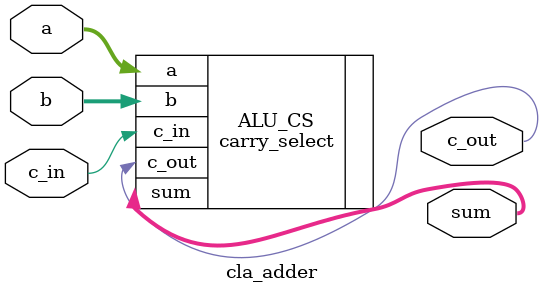
<source format=v>
`timescale 1ns / 1ps

module cla_adder(
input [7:0]a,
input [7:0]b,
input c_in,
output [7:0]sum,
output c_out
);

carry_select ALU_CS(.a(a), .b(b), .c_in(c_in), .sum(sum), .c_out(c_out));

endmodule



// Old CLA code, for reference
/*
module cla_adder(
    input [3:0] a,
    input [3:0] b,
    input cin,
    output [3:0] sum,
    output cout
    );
wire [3:0] p,g;
wire [4:0] c;

assign p = a^b;
assign g = a&b;

cla_block main (p,g,cin,c);

assign sum = p ^ c [3:0];
assign cout = c[4];
endmodule

module cla_block (
    input [3:0] p,g,
    input cin,
    output [4:0] c
    );

assign c[0] = cin;
assign c[1] = g[0] | (p[0] & cin);
assign c[2] = g[1] | (p[1]&g[0]) |  (p[1]&p[0]&cin);
assign c[3] = g[2] | (p[2]&g[1]) | (p[2]&p[1]&g[0]) | (p[2]&p[1]&p[0]&cin);
assign c[4] = g[3] | (p[3]&g[2]) | (p[3]&p[2]&g[1]) | (p[3]&p[2]&p[1]&g[0]) | (p[3]&p[2]&p[1]&p[0]&cin);
endmodule
*/
</source>
